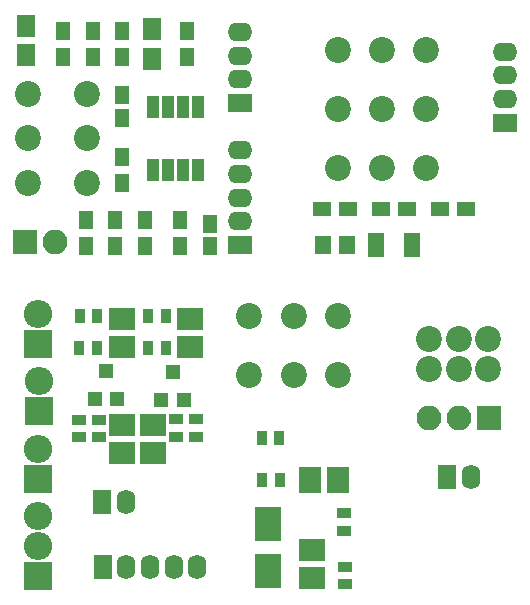
<source format=gts>
%MOIN*%
%OFA0B0*%
%FSLAX46Y46*%
%IPPOS*%
%LPD*%
%ADD10C,0.0039370078740157488*%
%ADD11C,0.086614173228346469*%
%ADD12R,0.051181102362204731X0.062992125984251982*%
%ADD13R,0.082677165354330714X0.082677165354330714*%
%ADD14O,0.082677165354330714X0.082677165354330714*%
%ADD15R,0.03937007874015748X0.076771653543307089*%
%ADD16R,0.064960629921259838X0.074803149606299218*%
%ADD17R,0.0452755905511811X0.062992125984251982*%
%ADD18R,0.082677165354330714X0.062992125984251982*%
%ADD19O,0.082677165354330714X0.062992125984251982*%
%ADD30C,0.0039370078740157488*%
%ADD31C,0.086614173228346469*%
%ADD32R,0.062992125984251982X0.082677165354330714*%
%ADD33O,0.062992125984251982X0.082677165354330714*%
%ADD34O,0.094448031496063X0.094448031496063*%
%ADD35R,0.094448031496063X0.094448031496063*%
%ADD36R,0.051181102362204731X0.035433070866141732*%
%ADD37R,0.086648031496063X0.076748031496062991*%
%ADD38R,0.076748031496062991X0.086648031496063*%
%ADD39R,0.047244094488188976X0.051181102362204731*%
%ADD40R,0.035433070866141732X0.051181102362204731*%
%ADD41R,0.086648031496063X0.11414803149606301*%
%ADD42C,0.0039370078740157488*%
%ADD43R,0.082677165354330714X0.062992125984251982*%
%ADD44O,0.082677165354330714X0.062992125984251982*%
%ADD45R,0.062992125984251982X0.051181102362204731*%
%ADD46C,0.086614173228346469*%
%ADD47R,0.055118110236220472X0.064960629921259838*%
%ADD48R,0.055118110236220472X0.07874015748031496*%
%ADD49C,0.0039370078740157488*%
%ADD50C,0.086614173228346469*%
%ADD51R,0.062992125984251982X0.082677165354330714*%
%ADD52O,0.062992125984251982X0.082677165354330714*%
%ADD53R,0.082677165354330714X0.082677165354330714*%
%ADD54O,0.082677165354330714X0.082677165354330714*%
G01G01*
D10*
D11*
X-0002795275Y-0004448818D02*
X0000098425Y0001683070D03*
X0000098425Y0001535433D03*
X0000098425Y0001387795D03*
X0000295275Y0001683070D03*
X0000295275Y0001535433D03*
X0000295275Y0001387795D03*
D12*
X0000606299Y0001177165D03*
X0000606299Y0001263779D03*
X0000488188Y0001177165D03*
X0000488188Y0001263779D03*
D13*
X0000088976Y0001188976D03*
D14*
X0000188976Y0001188976D03*
D12*
X0000389763Y0001177165D03*
X0000389763Y0001263779D03*
X0000291338Y0001177165D03*
X0000291338Y0001263779D03*
D15*
X0000665551Y0001641732D03*
X0000615551Y0001641732D03*
X0000565551Y0001641732D03*
X0000515551Y0001641732D03*
X0000515551Y0001429133D03*
X0000565551Y0001429133D03*
X0000615551Y0001429133D03*
X0000665551Y0001429133D03*
D12*
X0000413385Y0001893700D03*
X0000413385Y0001807086D03*
X0000216535Y0001807086D03*
X0000216535Y0001893700D03*
D16*
X0000511811Y0001801181D03*
X0000511811Y0001899606D03*
D12*
X0000314960Y0001807086D03*
X0000314960Y0001893700D03*
X0000413385Y0001385826D03*
X0000413385Y0001472440D03*
X0000629921Y0001807086D03*
X0000629921Y0001893700D03*
D16*
X0000090551Y0001812992D03*
X0000090551Y0001911417D03*
D17*
X0000704724Y0001251968D03*
X0000704724Y0001177165D03*
X0000413385Y0001604330D03*
X0000413385Y0001679133D03*
D18*
X0000807086Y0001181102D03*
D19*
X0000807086Y0001259842D03*
X0000807086Y0001338582D03*
X0000807086Y0001417322D03*
X0000807086Y0001496062D03*
D18*
X0000807086Y0001653543D03*
D19*
X0000807086Y0001732283D03*
X0000807086Y0001811023D03*
X0000807086Y0001889763D03*
G04 next file*
G04 #@! TF.FileFunction,Soldermask,Top*
G04 Gerber Fmt 4.6, Leading zero omitted, Abs format (unit mm)*
G04 Created by KiCad (PCBNEW 4.0.4-1.fc24-product) date Tue Jun  5 14:17:38 2018*
G01G01*
G04 APERTURE LIST*
G04 APERTURE END LIST*
D30*
D31*
X-0004921259Y0004094488D02*
X0001131889Y0000944881D03*
X0000984251Y0000944881D03*
X0000836614Y0000944881D03*
X0001131889Y0000748031D03*
X0000984251Y0000748031D03*
X0000836614Y0000748031D03*
D32*
X0000348425Y0000108267D03*
D33*
X0000427165Y0000108267D03*
X0000505905Y0000108267D03*
X0000584645Y0000108267D03*
X0000663385Y0000108267D03*
D34*
X0000133858Y0000499606D03*
D35*
X0000133858Y0000399606D03*
D34*
X0000134056Y0000725439D03*
D35*
X0000134056Y0000625439D03*
D34*
X0000133858Y0000275590D03*
D35*
X0000133858Y0000075590D03*
D34*
X0000133858Y0000175590D03*
D36*
X0001153543Y0000285433D03*
X0001153543Y0000226377D03*
D34*
X0000133858Y0000950393D03*
D35*
X0000133858Y0000850393D03*
D37*
X0000639527Y0000840697D03*
X0000639527Y0000933297D03*
X0000411180Y0000840697D03*
X0000411180Y0000933297D03*
X0000515511Y0000580708D03*
X0000515511Y0000488108D03*
X0000411417Y0000580708D03*
X0000411417Y0000488108D03*
X0001045275Y0000162441D03*
X0001045275Y0000069841D03*
D38*
X0001038345Y0000397637D03*
X0001130945Y0000397637D03*
D39*
X0000543307Y0000663385D03*
X0000618110Y0000663385D03*
X0000580708Y0000757874D03*
X0000320866Y0000665354D03*
X0000395669Y0000665354D03*
X0000358267Y0000759842D03*
D40*
X0000558818Y0000942115D03*
X0000499763Y0000942115D03*
X0000330472Y0000942115D03*
X0000271417Y0000942115D03*
X0000558818Y0000835816D03*
X0000499763Y0000835816D03*
X0000328503Y0000835816D03*
X0000269448Y0000835816D03*
D36*
X0001155511Y0000108267D03*
X0001155511Y0000049212D03*
D40*
X0000938976Y0000395669D03*
X0000879921Y0000395669D03*
D41*
X0000897637Y0000249919D03*
X0000897637Y0000092519D03*
D36*
X0000657480Y0000600393D03*
X0000657480Y0000541338D03*
X0000269685Y0000598425D03*
X0000269685Y0000539370D03*
X0000592519Y0000541338D03*
X0000592519Y0000600393D03*
X0000334645Y0000539370D03*
X0000334645Y0000598425D03*
D40*
X0000937007Y0000535433D03*
X0000877952Y0000535433D03*
D32*
X0000346456Y0000322834D03*
D33*
X0000425196Y0000322834D03*
G04 next file*
G04 #@! TF.FileFunction,Soldermask,Top*
G04 Gerber Fmt 4.6, Leading zero omitted, Abs format (unit mm)*
G04 Created by KiCad (PCBNEW 4.0.4-1.fc24-product) date Tue Jun  5 14:18:38 2018*
G01G01*
G04 APERTURE LIST*
G04 APERTURE END LIST*
D42*
D43*
X-0004074803Y0005157480D02*
X0001688976Y0001588582D03*
D44*
X0001688976Y0001667322D03*
X0001688976Y0001746062D03*
X0001688976Y0001824803D03*
D45*
X0001472440Y0001299212D03*
X0001559055Y0001299212D03*
X0001275590Y0001299212D03*
X0001362204Y0001299212D03*
X0001165354Y0001299212D03*
X0001078740Y0001299212D03*
D46*
X0001427165Y0001830708D03*
X0001279527Y0001830708D03*
X0001131889Y0001830708D03*
X0001427165Y0001633858D03*
X0001279527Y0001633858D03*
X0001131889Y0001633858D03*
X0001131889Y0001437007D03*
X0001279527Y0001437007D03*
X0001427165Y0001437007D03*
D47*
X0001082677Y0001181102D03*
X0001161417Y0001181102D03*
D48*
X0001377952Y0001181102D03*
X0001259842Y0001181102D03*
G04 next file*
G04 #@! TF.FileFunction,Soldermask,Top*
G04 Gerber Fmt 4.6, Leading zero omitted, Abs format (unit mm)*
G04 Created by KiCad (PCBNEW 4.0.4-1.fc24-product) date Tue Jun  5 15:13:36 2018*
G01G01*
G04 APERTURE LIST*
G04 APERTURE END LIST*
D49*
D50*
X-0004291338Y0004015748D02*
X0001633858Y0000866141D03*
X0001535433Y0000866141D03*
X0001437007Y0000866141D03*
X0001633858Y0000767716D03*
X0001535433Y0000767716D03*
X0001437007Y0000767716D03*
D51*
X0001496062Y0000405511D03*
D52*
X0001574803Y0000405511D03*
D53*
X0001635433Y0000602362D03*
D54*
X0001535433Y0000602362D03*
X0001435433Y0000602362D03*
M02*
</source>
